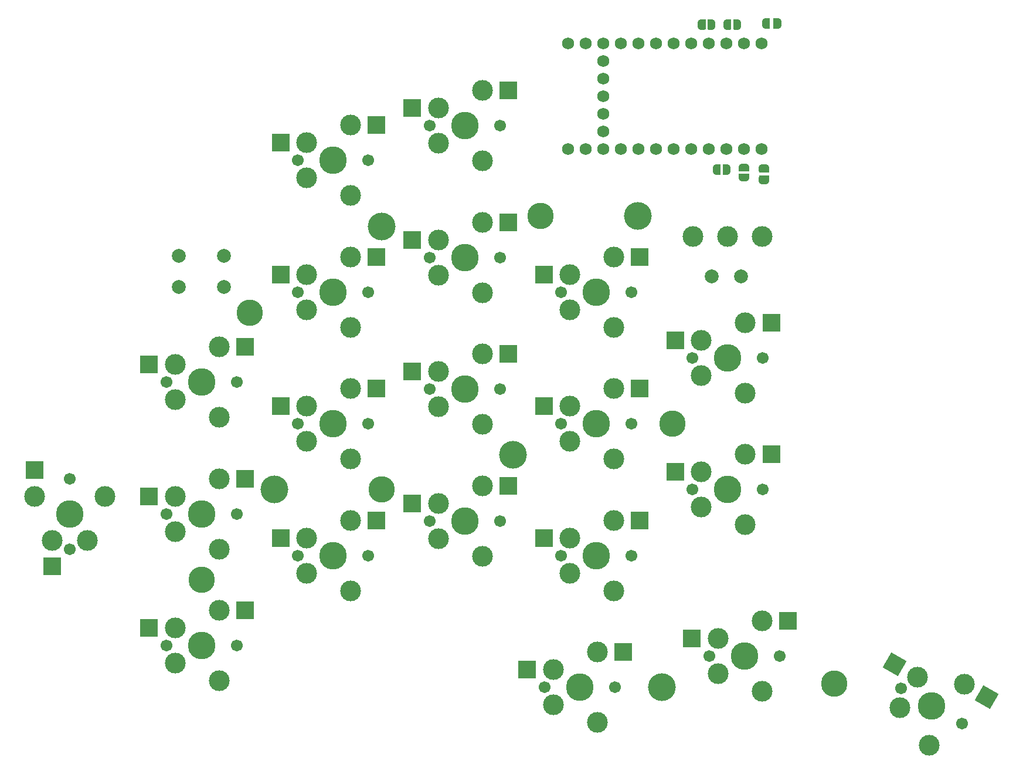
<source format=gbr>
%TF.GenerationSoftware,KiCad,Pcbnew,7.0.10*%
%TF.CreationDate,2024-05-01T10:45:41+02:00*%
%TF.ProjectId,talon,74616c6f-6e2e-46b6-9963-61645f706362,rev?*%
%TF.SameCoordinates,Original*%
%TF.FileFunction,Soldermask,Bot*%
%TF.FilePolarity,Negative*%
%FSLAX46Y46*%
G04 Gerber Fmt 4.6, Leading zero omitted, Abs format (unit mm)*
G04 Created by KiCad (PCBNEW 7.0.10) date 2024-05-01 10:45:41*
%MOMM*%
%LPD*%
G01*
G04 APERTURE LIST*
G04 Aperture macros list*
%AMRotRect*
0 Rectangle, with rotation*
0 The origin of the aperture is its center*
0 $1 length*
0 $2 width*
0 $3 Rotation angle, in degrees counterclockwise*
0 Add horizontal line*
21,1,$1,$2,0,0,$3*%
%AMFreePoly0*
4,1,19,0.500000,-0.750000,0.000000,-0.750000,0.000000,-0.744911,-0.071157,-0.744911,-0.207708,-0.704816,-0.327430,-0.627875,-0.420627,-0.520320,-0.479746,-0.390866,-0.500000,-0.250000,-0.500000,0.250000,-0.479746,0.390866,-0.420627,0.520320,-0.327430,0.627875,-0.207708,0.704816,-0.071157,0.744911,0.000000,0.744911,0.000000,0.750000,0.500000,0.750000,0.500000,-0.750000,0.500000,-0.750000,
$1*%
%AMFreePoly1*
4,1,19,0.000000,0.744911,0.071157,0.744911,0.207708,0.704816,0.327430,0.627875,0.420627,0.520320,0.479746,0.390866,0.500000,0.250000,0.500000,-0.250000,0.479746,-0.390866,0.420627,-0.520320,0.327430,-0.627875,0.207708,-0.704816,0.071157,-0.744911,0.000000,-0.744911,0.000000,-0.750000,-0.500000,-0.750000,-0.500000,0.750000,0.000000,0.750000,0.000000,0.744911,0.000000,0.744911,
$1*%
G04 Aperture macros list end*
%ADD10R,2.550000X2.500000*%
%ADD11C,1.701800*%
%ADD12C,3.000000*%
%ADD13C,3.987800*%
%ADD14C,3.800000*%
%ADD15C,4.000000*%
%ADD16C,1.752600*%
%ADD17C,2.000000*%
%ADD18RotRect,2.550000X2.500000X330.000000*%
%ADD19R,2.500000X2.550000*%
%ADD20FreePoly0,180.000000*%
%ADD21FreePoly1,180.000000*%
%ADD22FreePoly0,90.000000*%
%ADD23FreePoly1,90.000000*%
%ADD24FreePoly0,0.000000*%
%ADD25FreePoly1,0.000000*%
G04 APERTURE END LIST*
%TO.C,JP2*%
G36*
X194860000Y-45470000D02*
G01*
X194560000Y-45470000D01*
X194560000Y-46970000D01*
X194860000Y-46970000D01*
X194860000Y-45470000D01*
G37*
G36*
X194110000Y-45470000D02*
G01*
X193810000Y-45470000D01*
X193810000Y-46970000D01*
X194110000Y-46970000D01*
X194110000Y-45470000D01*
G37*
%TO.C,JP8*%
G36*
X194010000Y-68510000D02*
G01*
X192510000Y-68510000D01*
X192510000Y-68210000D01*
X194010000Y-68210000D01*
X194010000Y-68510000D01*
G37*
G36*
X194010000Y-67760000D02*
G01*
X192510000Y-67760000D01*
X192510000Y-67460000D01*
X194010000Y-67460000D01*
X194010000Y-67760000D01*
G37*
%TO.C,JP6*%
G36*
X189080000Y-45630000D02*
G01*
X188780000Y-45630000D01*
X188780000Y-47130000D01*
X189080000Y-47130000D01*
X189080000Y-45630000D01*
G37*
G36*
X188490000Y-45630000D02*
G01*
X188190000Y-45630000D01*
X188190000Y-47130000D01*
X188490000Y-47130000D01*
X188490000Y-45630000D01*
G37*
%TO.C,JP7*%
G36*
X184510000Y-47120000D02*
G01*
X184810000Y-47120000D01*
X184810000Y-45620000D01*
X184510000Y-45620000D01*
X184510000Y-47120000D01*
G37*
G36*
X185100000Y-47120000D02*
G01*
X185400000Y-47120000D01*
X185400000Y-45620000D01*
X185100000Y-45620000D01*
X185100000Y-47120000D01*
G37*
%TO.C,JP12*%
G36*
X186690000Y-68090000D02*
G01*
X186990000Y-68090000D01*
X186990000Y-66590000D01*
X186690000Y-66590000D01*
X186690000Y-68090000D01*
G37*
G36*
X187280000Y-68090000D02*
G01*
X187580000Y-68090000D01*
X187580000Y-66590000D01*
X187280000Y-66590000D01*
X187280000Y-68090000D01*
G37*
%TO.C,JP11*%
G36*
X191090000Y-68190000D02*
G01*
X189590000Y-68190000D01*
X189590000Y-67890000D01*
X191090000Y-67890000D01*
X191090000Y-68190000D01*
G37*
G36*
X191090000Y-67600000D02*
G01*
X189590000Y-67600000D01*
X189590000Y-67300000D01*
X191090000Y-67300000D01*
X191090000Y-67600000D01*
G37*
%TD*%
D10*
%TO.C,SW3*%
X104440000Y-95460000D03*
X118290000Y-92920000D03*
D11*
X117080000Y-98000000D03*
D12*
X114540000Y-103080000D03*
X114540000Y-92920000D03*
D13*
X112000000Y-98000000D03*
D12*
X108190000Y-100540000D03*
X108190000Y-95460000D03*
D11*
X106920000Y-98000000D03*
%TD*%
D10*
%TO.C,SW1*%
X123440000Y-63460000D03*
X137290000Y-60920000D03*
D11*
X136080000Y-66000000D03*
D12*
X133540000Y-71080000D03*
X133540000Y-60920000D03*
D13*
X131000000Y-66000000D03*
D12*
X127190000Y-68540000D03*
X127190000Y-63460000D03*
D11*
X125920000Y-66000000D03*
%TD*%
D10*
%TO.C,SW10*%
X123440000Y-101460000D03*
X137290000Y-98920000D03*
D11*
X136080000Y-104000000D03*
D12*
X133540000Y-109080000D03*
X133540000Y-98920000D03*
D13*
X131000000Y-104000000D03*
D12*
X127190000Y-106540000D03*
X127190000Y-101460000D03*
D11*
X125920000Y-104000000D03*
%TD*%
D10*
%TO.C,SW7*%
X180440000Y-91960000D03*
X194290000Y-89420000D03*
D11*
X193080000Y-94500000D03*
D12*
X190540000Y-99580000D03*
X190540000Y-89420000D03*
D13*
X188000000Y-94500000D03*
D12*
X184190000Y-97040000D03*
X184190000Y-91960000D03*
D11*
X182920000Y-94500000D03*
%TD*%
D10*
%TO.C,SW13*%
X180440000Y-110960000D03*
X194290000Y-108420000D03*
D11*
X193080000Y-113500000D03*
D12*
X190540000Y-118580000D03*
X190540000Y-108420000D03*
D13*
X188000000Y-113500000D03*
D12*
X184190000Y-116040000D03*
X184190000Y-110960000D03*
D11*
X182920000Y-113500000D03*
%TD*%
D14*
%TO.C,MOUNT5*%
X203400000Y-141500000D03*
%TD*%
D15*
%TO.C,HOLE1*%
X178500000Y-142000000D03*
%TD*%
D10*
%TO.C,SW6*%
X161440000Y-82460000D03*
X175290000Y-79920000D03*
D11*
X174080000Y-85000000D03*
D12*
X171540000Y-90080000D03*
X171540000Y-79920000D03*
D13*
X169000000Y-85000000D03*
D12*
X165190000Y-87540000D03*
X165190000Y-82460000D03*
D11*
X163920000Y-85000000D03*
%TD*%
D15*
%TO.C,HOLE4*%
X138000000Y-75500000D03*
%TD*%
D10*
%TO.C,SW5*%
X142440000Y-77460000D03*
X156290000Y-74920000D03*
D11*
X155080000Y-80000000D03*
D12*
X152540000Y-85080000D03*
X152540000Y-74920000D03*
D13*
X150000000Y-80000000D03*
D12*
X146190000Y-82540000D03*
X146190000Y-77460000D03*
D11*
X144920000Y-80000000D03*
%TD*%
D14*
%TO.C,MOUNT1*%
X119000000Y-88000000D03*
%TD*%
%TO.C,MOUNT2*%
X112000000Y-126500000D03*
%TD*%
D15*
%TO.C,REF\u002A\u002A*%
X157000000Y-108500000D03*
%TD*%
D16*
%TO.C,U1*%
X170010000Y-56750000D03*
X170010000Y-54210000D03*
X170010000Y-59290000D03*
X170010000Y-51670000D03*
X170010000Y-61830000D03*
X192870000Y-64370000D03*
X190330000Y-64370000D03*
X187790000Y-64370000D03*
X185250000Y-64370000D03*
X182710000Y-64370000D03*
X180170000Y-64370000D03*
X177630000Y-64370000D03*
X175090000Y-64370000D03*
X172550000Y-64370000D03*
X170010000Y-64370000D03*
X167470000Y-64370000D03*
X164930000Y-64370000D03*
X164930000Y-49130000D03*
X167470000Y-49130000D03*
X170010000Y-49130000D03*
X172550000Y-49130000D03*
X175090000Y-49130000D03*
X177630000Y-49130000D03*
X180170000Y-49130000D03*
X182710000Y-49130000D03*
X185250000Y-49130000D03*
X187790000Y-49130000D03*
X190330000Y-49130000D03*
X192870000Y-49130000D03*
%TD*%
D14*
%TO.C,MOUNT6*%
X180000000Y-104000000D03*
%TD*%
D17*
%TO.C,RESET_SW1*%
X115250000Y-84250000D03*
X108750000Y-84250000D03*
X115250000Y-79750000D03*
X108750000Y-79750000D03*
%TD*%
D14*
%TO.C,MOUNT4*%
X161000000Y-74000000D03*
%TD*%
D10*
%TO.C,SW17*%
X161440000Y-120460000D03*
X175290000Y-117920000D03*
D11*
X174080000Y-123000000D03*
D12*
X171540000Y-128080000D03*
X171540000Y-117920000D03*
D13*
X169000000Y-123000000D03*
D12*
X165190000Y-125540000D03*
X165190000Y-120460000D03*
D11*
X163920000Y-123000000D03*
%TD*%
D14*
%TO.C,MOUNT3*%
X138000000Y-113500000D03*
%TD*%
D10*
%TO.C,SW12*%
X161440000Y-101460000D03*
X175290000Y-98920000D03*
D11*
X174080000Y-104000000D03*
D12*
X171540000Y-109080000D03*
X171540000Y-98920000D03*
D13*
X169000000Y-104000000D03*
D12*
X165190000Y-106540000D03*
X165190000Y-101460000D03*
D11*
X163920000Y-104000000D03*
%TD*%
D10*
%TO.C,SW9*%
X104440000Y-114460000D03*
X118290000Y-111920000D03*
D11*
X117080000Y-117000000D03*
D12*
X114540000Y-122080000D03*
X114540000Y-111920000D03*
D13*
X112000000Y-117000000D03*
D12*
X108190000Y-119540000D03*
X108190000Y-114460000D03*
D11*
X106920000Y-117000000D03*
%TD*%
D10*
%TO.C,SW15*%
X123440000Y-120460000D03*
X137290000Y-117920000D03*
D11*
X136080000Y-123000000D03*
D12*
X133540000Y-128080000D03*
X133540000Y-117920000D03*
D13*
X131000000Y-123000000D03*
D12*
X127190000Y-125540000D03*
X127190000Y-120460000D03*
D11*
X125920000Y-123000000D03*
%TD*%
D12*
%TO.C,SLIDE_SW1*%
X183000000Y-77000000D03*
X188000000Y-77000000D03*
X193000000Y-77000000D03*
%TD*%
D10*
%TO.C,SW14*%
X104440000Y-133460000D03*
X118290000Y-130920000D03*
D11*
X117080000Y-136000000D03*
D12*
X114540000Y-141080000D03*
X114540000Y-130920000D03*
D13*
X112000000Y-136000000D03*
D12*
X108190000Y-138540000D03*
X108190000Y-133460000D03*
D11*
X106920000Y-136000000D03*
%TD*%
D10*
%TO.C,SW19*%
X182840000Y-134960000D03*
X196690000Y-132420000D03*
D11*
X195480000Y-137500000D03*
D12*
X192940000Y-142580000D03*
X192940000Y-132420000D03*
D13*
X190400000Y-137500000D03*
D12*
X186590000Y-140040000D03*
X186590000Y-134960000D03*
D11*
X185320000Y-137500000D03*
%TD*%
D10*
%TO.C,SW11*%
X142440000Y-96460000D03*
X156290000Y-93920000D03*
D11*
X155080000Y-99000000D03*
D12*
X152540000Y-104080000D03*
X152540000Y-93920000D03*
D13*
X150000000Y-99000000D03*
D12*
X146190000Y-101540000D03*
X146190000Y-96460000D03*
D11*
X144920000Y-99000000D03*
%TD*%
D10*
%TO.C,SW4*%
X123440000Y-82460000D03*
X137290000Y-79920000D03*
D11*
X136080000Y-85000000D03*
D12*
X133540000Y-90080000D03*
X133540000Y-79920000D03*
D13*
X131000000Y-85000000D03*
D12*
X127190000Y-87540000D03*
X127190000Y-82460000D03*
D11*
X125920000Y-85000000D03*
%TD*%
D10*
%TO.C,SW2*%
X142440000Y-58460000D03*
X156290000Y-55920000D03*
D11*
X155080000Y-61000000D03*
D12*
X152540000Y-66080000D03*
X152540000Y-55920000D03*
D13*
X150000000Y-61000000D03*
D12*
X146190000Y-63540000D03*
X146190000Y-58460000D03*
D11*
X144920000Y-61000000D03*
%TD*%
D18*
%TO.C,SW20*%
X212123000Y-138720000D03*
X225387452Y-143445296D03*
D11*
X221799561Y-147239705D03*
D12*
X217059857Y-150369114D03*
X222139857Y-141570296D03*
D13*
X217400152Y-144699705D03*
D12*
X212830595Y-144994410D03*
X215370595Y-140595000D03*
D11*
X213000743Y-142159705D03*
%TD*%
D19*
%TO.C,SW8*%
X90460000Y-124560000D03*
X87920000Y-110710000D03*
D11*
X93000000Y-111920000D03*
D12*
X98080000Y-114460000D03*
X87920000Y-114460000D03*
D13*
X93000000Y-117000000D03*
D12*
X95540000Y-120810000D03*
X90460000Y-120810000D03*
D11*
X93000000Y-122080000D03*
%TD*%
D17*
%TO.C,J1*%
X189910000Y-82760000D03*
X185660000Y-82760000D03*
%TD*%
D10*
%TO.C,SW16*%
X142440000Y-115460000D03*
X156290000Y-112920000D03*
D11*
X155080000Y-118000000D03*
D12*
X152540000Y-123080000D03*
X152540000Y-112920000D03*
D13*
X150000000Y-118000000D03*
D12*
X146190000Y-120540000D03*
X146190000Y-115460000D03*
D11*
X144920000Y-118000000D03*
%TD*%
D15*
%TO.C,HOLE3*%
X175000000Y-74000000D03*
%TD*%
%TO.C,HOLE2*%
X122500000Y-113500000D03*
%TD*%
D10*
%TO.C,SW18*%
X159040000Y-139460000D03*
X172890000Y-136920000D03*
D11*
X171680000Y-142000000D03*
D12*
X169140000Y-147080000D03*
X169140000Y-136920000D03*
D13*
X166600000Y-142000000D03*
D12*
X162790000Y-144540000D03*
X162790000Y-139460000D03*
D11*
X161520000Y-142000000D03*
%TD*%
D20*
%TO.C,JP2*%
X195250000Y-46220000D03*
D21*
X193450000Y-46220000D03*
%TD*%
D22*
%TO.C,JP8*%
X193260000Y-68900000D03*
D23*
X193260000Y-67100000D03*
%TD*%
D20*
%TO.C,JP6*%
X189390000Y-46380000D03*
D21*
X187890000Y-46380000D03*
%TD*%
D24*
%TO.C,JP7*%
X184200000Y-46370000D03*
D25*
X185700000Y-46370000D03*
%TD*%
D24*
%TO.C,JP12*%
X186380000Y-67340000D03*
D25*
X187880000Y-67340000D03*
%TD*%
D22*
%TO.C,JP11*%
X190340000Y-68500000D03*
D23*
X190340000Y-67000000D03*
%TD*%
M02*

</source>
